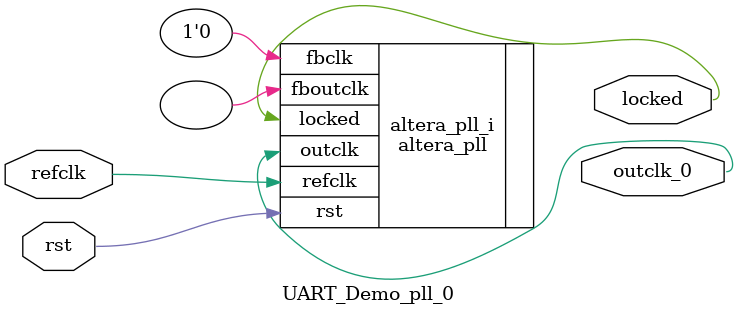
<source format=v>
`timescale 1ns/10ps
module  UART_Demo_pll_0(

	// interface 'refclk'
	input wire refclk,

	// interface 'reset'
	input wire rst,

	// interface 'outclk0'
	output wire outclk_0,

	// interface 'locked'
	output wire locked
);

	altera_pll #(
		.fractional_vco_multiplier("false"),
		.reference_clock_frequency("50.0 MHz"),
		.operation_mode("direct"),
		.number_of_clocks(1),
		.output_clock_frequency0("100.000000 MHz"),
		.phase_shift0("0 ps"),
		.duty_cycle0(50),
		.output_clock_frequency1("0 MHz"),
		.phase_shift1("0 ps"),
		.duty_cycle1(50),
		.output_clock_frequency2("0 MHz"),
		.phase_shift2("0 ps"),
		.duty_cycle2(50),
		.output_clock_frequency3("0 MHz"),
		.phase_shift3("0 ps"),
		.duty_cycle3(50),
		.output_clock_frequency4("0 MHz"),
		.phase_shift4("0 ps"),
		.duty_cycle4(50),
		.output_clock_frequency5("0 MHz"),
		.phase_shift5("0 ps"),
		.duty_cycle5(50),
		.output_clock_frequency6("0 MHz"),
		.phase_shift6("0 ps"),
		.duty_cycle6(50),
		.output_clock_frequency7("0 MHz"),
		.phase_shift7("0 ps"),
		.duty_cycle7(50),
		.output_clock_frequency8("0 MHz"),
		.phase_shift8("0 ps"),
		.duty_cycle8(50),
		.output_clock_frequency9("0 MHz"),
		.phase_shift9("0 ps"),
		.duty_cycle9(50),
		.output_clock_frequency10("0 MHz"),
		.phase_shift10("0 ps"),
		.duty_cycle10(50),
		.output_clock_frequency11("0 MHz"),
		.phase_shift11("0 ps"),
		.duty_cycle11(50),
		.output_clock_frequency12("0 MHz"),
		.phase_shift12("0 ps"),
		.duty_cycle12(50),
		.output_clock_frequency13("0 MHz"),
		.phase_shift13("0 ps"),
		.duty_cycle13(50),
		.output_clock_frequency14("0 MHz"),
		.phase_shift14("0 ps"),
		.duty_cycle14(50),
		.output_clock_frequency15("0 MHz"),
		.phase_shift15("0 ps"),
		.duty_cycle15(50),
		.output_clock_frequency16("0 MHz"),
		.phase_shift16("0 ps"),
		.duty_cycle16(50),
		.output_clock_frequency17("0 MHz"),
		.phase_shift17("0 ps"),
		.duty_cycle17(50),
		.pll_type("General"),
		.pll_subtype("General")
	) altera_pll_i (
		.rst	(rst),
		.outclk	({outclk_0}),
		.locked	(locked),
		.fboutclk	( ),
		.fbclk	(1'b0),
		.refclk	(refclk)
	);
endmodule


</source>
